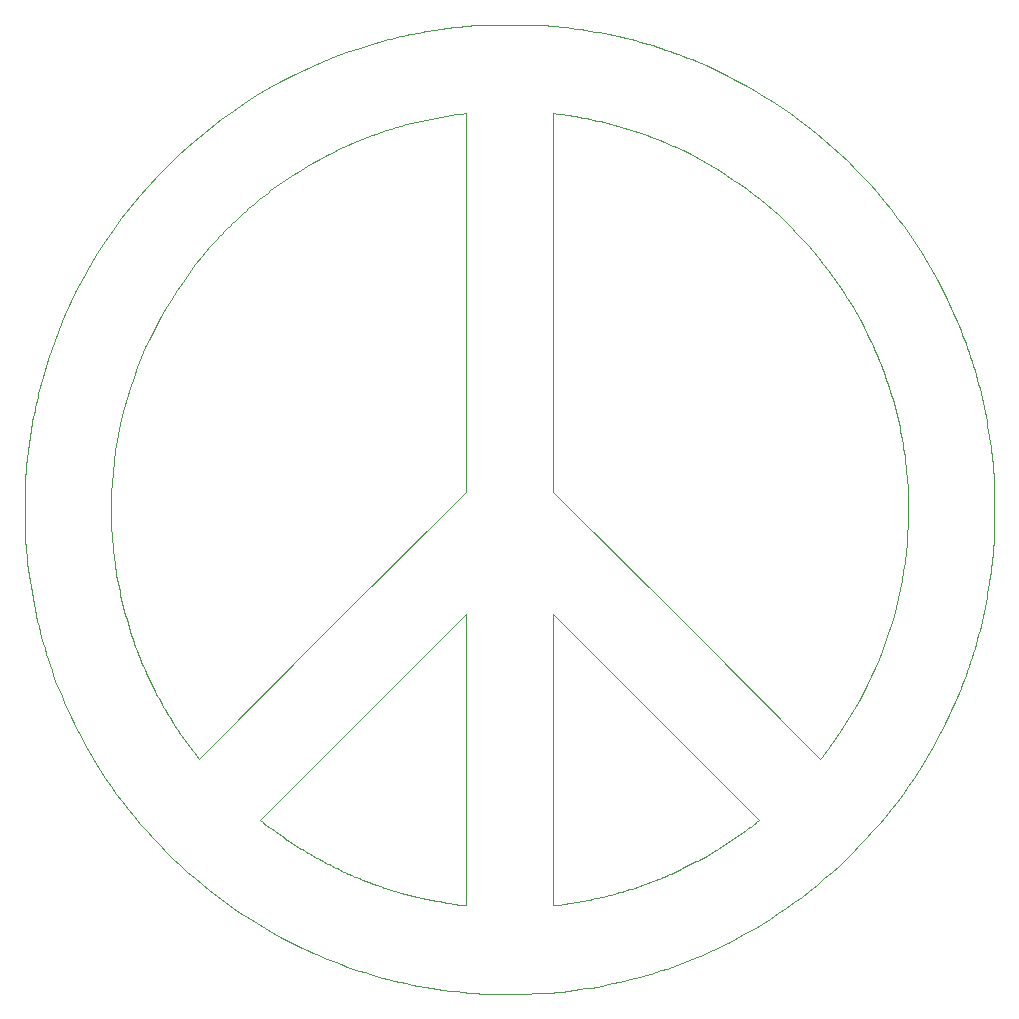
<source format=gbr>
%TF.GenerationSoftware,KiCad,Pcbnew,5.1.7-a382d34a8~88~ubuntu20.04.1*%
%TF.CreationDate,2020-12-13T08:05:22-08:00*%
%TF.ProjectId,peace-sign,70656163-652d-4736-9967-6e2e6b696361,rev?*%
%TF.SameCoordinates,Original*%
%TF.FileFunction,Profile,NP*%
%FSLAX46Y46*%
G04 Gerber Fmt 4.6, Leading zero omitted, Abs format (unit mm)*
G04 Created by KiCad (PCBNEW 5.1.7-a382d34a8~88~ubuntu20.04.1) date 2020-12-13 08:05:22*
%MOMM*%
%LPD*%
G01*
G04 APERTURE LIST*
%TA.AperFunction,Profile*%
%ADD10C,0.100000*%
%TD*%
G04 APERTURE END LIST*
D10*
X96288573Y-55695317D02*
X96288573Y-39666725D01*
X103690858Y-39666551D02*
X103690858Y-55694968D01*
X105562094Y-23912560D02*
X105454326Y-23894223D01*
X105454326Y-23894223D02*
X105345332Y-23875908D01*
X105345332Y-23875908D02*
X105235858Y-23857729D01*
X105235858Y-23857729D02*
X105126649Y-23839804D01*
X105126649Y-23839804D02*
X105018451Y-23822247D01*
X105018451Y-23822247D02*
X104912008Y-23805174D01*
X104912008Y-23805174D02*
X104808066Y-23788701D01*
X104808066Y-23788701D02*
X104707371Y-23772945D01*
X104707371Y-23772945D02*
X104564046Y-23750907D01*
X104564046Y-23750907D02*
X104432220Y-23731132D01*
X104432220Y-23731132D02*
X104314407Y-23714011D01*
X104314407Y-23714011D02*
X104213124Y-23699935D01*
X104213124Y-23699935D02*
X104108142Y-23686580D01*
X104108142Y-23686580D02*
X103690858Y-23638132D01*
X103690858Y-23638132D02*
X103690858Y-39666551D01*
X114685430Y-26808020D02*
X114411179Y-26676853D01*
X114411179Y-26676853D02*
X114137163Y-26548607D01*
X114137163Y-26548607D02*
X113863288Y-26423253D01*
X113863288Y-26423253D02*
X113589459Y-26300761D01*
X113589459Y-26300761D02*
X113315585Y-26181101D01*
X113315585Y-26181101D02*
X113041571Y-26064244D01*
X113041571Y-26064244D02*
X112767323Y-25950160D01*
X112767323Y-25950160D02*
X112492750Y-25838819D01*
X112492750Y-25838819D02*
X112217756Y-25730192D01*
X112217756Y-25730192D02*
X111942249Y-25624250D01*
X111942249Y-25624250D02*
X111666135Y-25520961D01*
X111666135Y-25520961D02*
X111389320Y-25420298D01*
X111389320Y-25420298D02*
X111111712Y-25322229D01*
X111111712Y-25322229D02*
X110833217Y-25226726D01*
X110833217Y-25226726D02*
X110553742Y-25133759D01*
X110553742Y-25133759D02*
X110273192Y-25043298D01*
X110273192Y-25043298D02*
X109991475Y-24955313D01*
X109991475Y-24955313D02*
X109708497Y-24869775D01*
X109708497Y-24869775D02*
X109424165Y-24786654D01*
X109424165Y-24786654D02*
X109138385Y-24705921D01*
X109138385Y-24705921D02*
X108851064Y-24627546D01*
X108851064Y-24627546D02*
X108562108Y-24551499D01*
X108562108Y-24551499D02*
X108271424Y-24477751D01*
X108271424Y-24477751D02*
X107978919Y-24406272D01*
X107978919Y-24406272D02*
X107684499Y-24337031D01*
X107684499Y-24337031D02*
X107388071Y-24270001D01*
X107388071Y-24270001D02*
X107089541Y-24205150D01*
X107089541Y-24205150D02*
X106788815Y-24142450D01*
X106788815Y-24142450D02*
X106485801Y-24081871D01*
X106485801Y-24081871D02*
X106180405Y-24023382D01*
X106180405Y-24023382D02*
X105872534Y-23966955D01*
X105872534Y-23966955D02*
X105562094Y-23912560D01*
X96288573Y-39666725D02*
X96288573Y-23638132D01*
X96288573Y-23638132D02*
X95871285Y-23688561D01*
X127460106Y-76758944D02*
X127460106Y-76758944D01*
X126296858Y-78303275D02*
X126495300Y-78066351D01*
X114993858Y-66999121D02*
X126296858Y-78303275D01*
X103690858Y-55694968D02*
X114993858Y-66999121D01*
X126495300Y-78066351D02*
X126568978Y-77973468D01*
X126568978Y-77973468D02*
X126632823Y-77889890D01*
X126632823Y-77889890D02*
X126709356Y-77788192D01*
X126709356Y-77788192D02*
X126796907Y-77670634D01*
X126796907Y-77670634D02*
X126860571Y-77584570D01*
X126860571Y-77584570D02*
X126927895Y-77493132D01*
X126927895Y-77493132D02*
X126998385Y-77396992D01*
X126998385Y-77396992D02*
X127071547Y-77296821D01*
X127071547Y-77296821D02*
X127146884Y-77193288D01*
X127146884Y-77193288D02*
X127223904Y-77087063D01*
X127223904Y-77087063D02*
X127302110Y-76978817D01*
X127302110Y-76978817D02*
X127381009Y-76869221D01*
X127381009Y-76869221D02*
X127460106Y-76758944D01*
X84980416Y-67003297D02*
X96288573Y-55695317D01*
X73672262Y-78311279D02*
X84980416Y-67003297D01*
X73237993Y-77743782D02*
X73672262Y-78311279D01*
X130286893Y-42342000D02*
X129970436Y-41712138D01*
X129970436Y-41712138D02*
X129641133Y-41089793D01*
X129641133Y-41089793D02*
X129299164Y-40475146D01*
X129299164Y-40475146D02*
X128944710Y-39868376D01*
X128944710Y-39868376D02*
X128577953Y-39269663D01*
X128577953Y-39269663D02*
X128199072Y-38679188D01*
X128199072Y-38679188D02*
X127808249Y-38097129D01*
X127808249Y-38097129D02*
X127405665Y-37523669D01*
X127405665Y-37523669D02*
X126991500Y-36958986D01*
X126991500Y-36958986D02*
X126565936Y-36403260D01*
X126565936Y-36403260D02*
X126129153Y-35856672D01*
X126129153Y-35856672D02*
X125681331Y-35319402D01*
X125681331Y-35319402D02*
X125222653Y-34791630D01*
X125222653Y-34791630D02*
X124753298Y-34273536D01*
X124753298Y-34273536D02*
X124273448Y-33765299D01*
X124273448Y-33765299D02*
X123783283Y-33267101D01*
X123783283Y-33267101D02*
X123282985Y-32779120D01*
X123282985Y-32779120D02*
X122772733Y-32301538D01*
X122772733Y-32301538D02*
X122252710Y-31834533D01*
X122252710Y-31834533D02*
X121723095Y-31378287D01*
X121723095Y-31378287D02*
X121184070Y-30932980D01*
X121184070Y-30932980D02*
X120635815Y-30498790D01*
X120635815Y-30498790D02*
X120078512Y-30075899D01*
X120078512Y-30075899D02*
X119512340Y-29664487D01*
X119512340Y-29664487D02*
X118937482Y-29264733D01*
X118937482Y-29264733D02*
X118354118Y-28876818D01*
X118354118Y-28876818D02*
X117762428Y-28500921D01*
X117762428Y-28500921D02*
X117162594Y-28137223D01*
X117162594Y-28137223D02*
X116554796Y-27785904D01*
X116554796Y-27785904D02*
X115939216Y-27447143D01*
X115939216Y-27447143D02*
X115316033Y-27121122D01*
X115316033Y-27121122D02*
X114685430Y-26808020D01*
X133475892Y-53025923D02*
X133429108Y-52671750D01*
X133429108Y-52671750D02*
X133379021Y-52319248D01*
X133379021Y-52319248D02*
X133325619Y-51968380D01*
X133325619Y-51968380D02*
X133268893Y-51619110D01*
X133268893Y-51619110D02*
X133208830Y-51271402D01*
X133208830Y-51271402D02*
X133145422Y-50925220D01*
X133145422Y-50925220D02*
X133078656Y-50580528D01*
X133078656Y-50580528D02*
X133008521Y-50237290D01*
X133008521Y-50237290D02*
X132935008Y-49895469D01*
X132935008Y-49895469D02*
X132858106Y-49555031D01*
X132858106Y-49555031D02*
X132777803Y-49215938D01*
X132777803Y-49215938D02*
X132694089Y-48878155D01*
X132694089Y-48878155D02*
X132606953Y-48541645D01*
X132606953Y-48541645D02*
X132516384Y-48206374D01*
X132516384Y-48206374D02*
X132422372Y-47872303D01*
X132422372Y-47872303D02*
X132324906Y-47539398D01*
X132324906Y-47539398D02*
X132223975Y-47207623D01*
X132223975Y-47207623D02*
X132119568Y-46876940D01*
X132119568Y-46876940D02*
X132011675Y-46547315D01*
X132011675Y-46547315D02*
X131900284Y-46218712D01*
X131900284Y-46218712D02*
X131785385Y-45891093D01*
X131785385Y-45891093D02*
X131666968Y-45564424D01*
X131666968Y-45564424D02*
X131545021Y-45238667D01*
X131545021Y-45238667D02*
X131419534Y-44913788D01*
X131419534Y-44913788D02*
X131290495Y-44589750D01*
X131290495Y-44589750D02*
X131157895Y-44266516D01*
X131157895Y-44266516D02*
X131021722Y-43944052D01*
X131021722Y-43944052D02*
X130881966Y-43622320D01*
X130881966Y-43622320D02*
X130738616Y-43301285D01*
X130738616Y-43301285D02*
X130591661Y-42980910D01*
X130591661Y-42980910D02*
X130441090Y-42661161D01*
X130441090Y-42661161D02*
X130286893Y-42342000D01*
X127460106Y-76758944D02*
X127911477Y-76112266D01*
X127911477Y-76112266D02*
X128346777Y-75455827D01*
X128346777Y-75455827D02*
X128765914Y-74789987D01*
X128765914Y-74789987D02*
X129168797Y-74115112D01*
X129168797Y-74115112D02*
X129555333Y-73431565D01*
X129555333Y-73431565D02*
X129925429Y-72739709D01*
X129925429Y-72739709D02*
X130278994Y-72039908D01*
X130278994Y-72039908D02*
X130615935Y-71332524D01*
X130615935Y-71332524D02*
X130936161Y-70617923D01*
X130936161Y-70617923D02*
X131239579Y-69896467D01*
X131239579Y-69896467D02*
X131526097Y-69168519D01*
X131526097Y-69168519D02*
X131795622Y-68434444D01*
X131795622Y-68434444D02*
X132048064Y-67694605D01*
X132048064Y-67694605D02*
X132283329Y-66949364D01*
X132283329Y-66949364D02*
X132501326Y-66199087D01*
X132501326Y-66199087D02*
X132701962Y-65444136D01*
X132701962Y-65444136D02*
X132885145Y-64684875D01*
X132885145Y-64684875D02*
X133050783Y-63921667D01*
X133050783Y-63921667D02*
X133198784Y-63154876D01*
X133198784Y-63154876D02*
X133329055Y-62384865D01*
X133329055Y-62384865D02*
X133441506Y-61611998D01*
X133441506Y-61611998D02*
X133536042Y-60836639D01*
X133536042Y-60836639D02*
X133612573Y-60059150D01*
X133612573Y-60059150D02*
X133671006Y-59279896D01*
X133671006Y-59279896D02*
X133711250Y-58499240D01*
X133711250Y-58499240D02*
X133733211Y-57717545D01*
X133733211Y-57717545D02*
X133736797Y-56935175D01*
X133736797Y-56935175D02*
X133721918Y-56152494D01*
X133721918Y-56152494D02*
X133688479Y-55369864D01*
X133688479Y-55369864D02*
X133636390Y-54587650D01*
X133636390Y-54587650D02*
X133565558Y-53806215D01*
X133565558Y-53806215D02*
X133475892Y-53025923D01*
X69693131Y-72023715D02*
X69788162Y-72216366D01*
X69788162Y-72216366D02*
X69883895Y-72407613D01*
X69883895Y-72407613D02*
X69980360Y-72597506D01*
X69980360Y-72597506D02*
X70077589Y-72786095D01*
X70077589Y-72786095D02*
X70175613Y-72973432D01*
X70175613Y-72973432D02*
X70274464Y-73159568D01*
X70274464Y-73159568D02*
X70374174Y-73344553D01*
X70374174Y-73344553D02*
X70474774Y-73528438D01*
X70474774Y-73528438D02*
X70576295Y-73711274D01*
X70576295Y-73711274D02*
X70678769Y-73893111D01*
X70678769Y-73893111D02*
X70782227Y-74074001D01*
X70782227Y-74074001D02*
X70886701Y-74253994D01*
X70886701Y-74253994D02*
X70992222Y-74433141D01*
X70992222Y-74433141D02*
X71098822Y-74611493D01*
X71098822Y-74611493D02*
X71206533Y-74789101D01*
X71206533Y-74789101D02*
X71315385Y-74966015D01*
X71315385Y-74966015D02*
X71425410Y-75142287D01*
X71425410Y-75142287D02*
X71536640Y-75317966D01*
X71536640Y-75317966D02*
X71649107Y-75493105D01*
X71649107Y-75493105D02*
X71762841Y-75667753D01*
X71762841Y-75667753D02*
X71877874Y-75841962D01*
X71877874Y-75841962D02*
X71994238Y-76015782D01*
X71994238Y-76015782D02*
X72111964Y-76189264D01*
X72111964Y-76189264D02*
X72231084Y-76362459D01*
X72231084Y-76362459D02*
X72351629Y-76535418D01*
X72351629Y-76535418D02*
X72473631Y-76708191D01*
X72473631Y-76708191D02*
X72597120Y-76880830D01*
X72597120Y-76880830D02*
X72722130Y-77053385D01*
X72722130Y-77053385D02*
X72848690Y-77225906D01*
X72848690Y-77225906D02*
X72976833Y-77398446D01*
X72976833Y-77398446D02*
X73106590Y-77571054D01*
X73106590Y-77571054D02*
X73237993Y-77743782D01*
X66503535Y-61339790D02*
X66550337Y-61694094D01*
X66550337Y-61694094D02*
X66600448Y-62046736D01*
X66600448Y-62046736D02*
X66653878Y-62397751D01*
X66653878Y-62397751D02*
X66710636Y-62747172D01*
X66710636Y-62747172D02*
X66770734Y-63095035D01*
X66770734Y-63095035D02*
X66834181Y-63441373D01*
X66834181Y-63441373D02*
X66900989Y-63786220D01*
X66900989Y-63786220D02*
X66971166Y-64129612D01*
X66971166Y-64129612D02*
X67044723Y-64471583D01*
X67044723Y-64471583D02*
X67121671Y-64812166D01*
X67121671Y-64812166D02*
X67202020Y-65151397D01*
X67202020Y-65151397D02*
X67285780Y-65489310D01*
X67285780Y-65489310D02*
X67372962Y-65825939D01*
X67372962Y-65825939D02*
X67463575Y-66161319D01*
X67463575Y-66161319D02*
X67557630Y-66495484D01*
X67557630Y-66495484D02*
X67655137Y-66828468D01*
X67655137Y-66828468D02*
X67756107Y-67160306D01*
X67756107Y-67160306D02*
X67860549Y-67491032D01*
X67860549Y-67491032D02*
X67968475Y-67820680D01*
X67968475Y-67820680D02*
X68079894Y-68149286D01*
X68079894Y-68149286D02*
X68194816Y-68476883D01*
X68194816Y-68476883D02*
X68313252Y-68803505D01*
X68313252Y-68803505D02*
X68435212Y-69129188D01*
X68435212Y-69129188D02*
X68560706Y-69453965D01*
X68560706Y-69453965D02*
X68689745Y-69777872D01*
X68689745Y-69777872D02*
X68822339Y-70100941D01*
X68822339Y-70100941D02*
X68958499Y-70423208D01*
X68958499Y-70423208D02*
X69098233Y-70744708D01*
X69098233Y-70744708D02*
X69241553Y-71065474D01*
X69241553Y-71065474D02*
X69388469Y-71385541D01*
X69388469Y-71385541D02*
X69538992Y-71704943D01*
X69538992Y-71704943D02*
X69693131Y-72023715D01*
X75193712Y-34313722D02*
X74574294Y-35000954D01*
X74574294Y-35000954D02*
X73975562Y-35703799D01*
X73975562Y-35703799D02*
X73397691Y-36421711D01*
X73397691Y-36421711D02*
X72840858Y-37154143D01*
X72840858Y-37154143D02*
X72305236Y-37900549D01*
X72305236Y-37900549D02*
X71791003Y-38660382D01*
X71791003Y-38660382D02*
X71298333Y-39433097D01*
X71298333Y-39433097D02*
X70827403Y-40218147D01*
X70827403Y-40218147D02*
X70378388Y-41014986D01*
X70378388Y-41014986D02*
X69951463Y-41823069D01*
X69951463Y-41823069D02*
X69546805Y-42641847D01*
X69546805Y-42641847D02*
X69164589Y-43470777D01*
X69164589Y-43470777D02*
X68804990Y-44309310D01*
X68804990Y-44309310D02*
X68468184Y-45156902D01*
X68468184Y-45156902D02*
X68154347Y-46013005D01*
X68154347Y-46013005D02*
X67863655Y-46877074D01*
X67863655Y-46877074D02*
X67596282Y-47748562D01*
X67596282Y-47748562D02*
X67352406Y-48626924D01*
X67352406Y-48626924D02*
X67132200Y-49511612D01*
X67132200Y-49511612D02*
X66935842Y-50402082D01*
X66935842Y-50402082D02*
X66763506Y-51297785D01*
X66763506Y-51297785D02*
X66615369Y-52198177D01*
X66615369Y-52198177D02*
X66491605Y-53102712D01*
X66491605Y-53102712D02*
X66392391Y-54010842D01*
X66392391Y-54010842D02*
X66317901Y-54922021D01*
X66317901Y-54922021D02*
X66268313Y-55835705D01*
X66268313Y-55835705D02*
X66243801Y-56751345D01*
X66243801Y-56751345D02*
X66244541Y-57668397D01*
X66244541Y-57668397D02*
X66270709Y-58586313D01*
X66270709Y-58586313D02*
X66322480Y-59504548D01*
X66322480Y-59504548D02*
X66400030Y-60422556D01*
X66400030Y-60422556D02*
X66503535Y-61339790D01*
X82862857Y-28116349D02*
X82586367Y-28282540D01*
X82586367Y-28282540D02*
X82313264Y-28449688D01*
X82313264Y-28449688D02*
X82043447Y-28617873D01*
X82043447Y-28617873D02*
X81776814Y-28787178D01*
X81776814Y-28787178D02*
X81513265Y-28957683D01*
X81513265Y-28957683D02*
X81252699Y-29129471D01*
X81252699Y-29129471D02*
X80995014Y-29302624D01*
X80995014Y-29302624D02*
X80740109Y-29477222D01*
X80740109Y-29477222D02*
X80487884Y-29653348D01*
X80487884Y-29653348D02*
X80238237Y-29831083D01*
X80238237Y-29831083D02*
X79991067Y-30010509D01*
X79991067Y-30010509D02*
X79746273Y-30191708D01*
X79746273Y-30191708D02*
X79503754Y-30374761D01*
X79503754Y-30374761D02*
X79263409Y-30559750D01*
X79263409Y-30559750D02*
X79025137Y-30746756D01*
X79025137Y-30746756D02*
X78788837Y-30935863D01*
X78788837Y-30935863D02*
X78554407Y-31127150D01*
X78554407Y-31127150D02*
X78321747Y-31320699D01*
X78321747Y-31320699D02*
X78090755Y-31516594D01*
X78090755Y-31516594D02*
X77861331Y-31714914D01*
X77861331Y-31714914D02*
X77633373Y-31915742D01*
X77633373Y-31915742D02*
X77406781Y-32119159D01*
X77406781Y-32119159D02*
X77181453Y-32325248D01*
X77181453Y-32325248D02*
X76957288Y-32534089D01*
X76957288Y-32534089D02*
X76734185Y-32745765D01*
X76734185Y-32745765D02*
X76512043Y-32960357D01*
X76512043Y-32960357D02*
X76290761Y-33177947D01*
X76290761Y-33177947D02*
X76070237Y-33398616D01*
X76070237Y-33398616D02*
X75850372Y-33622446D01*
X75850372Y-33622446D02*
X75631063Y-33849520D01*
X75631063Y-33849520D02*
X75412210Y-34079918D01*
X75412210Y-34079918D02*
X75193712Y-34313722D01*
X95871285Y-23688561D02*
X95449423Y-23742525D01*
X95449423Y-23742525D02*
X95026837Y-23802518D01*
X95026837Y-23802518D02*
X94603698Y-23868482D01*
X94603698Y-23868482D02*
X94180178Y-23940359D01*
X94180178Y-23940359D02*
X93756448Y-24018089D01*
X93756448Y-24018089D02*
X93332680Y-24101615D01*
X93332680Y-24101615D02*
X92909045Y-24190877D01*
X92909045Y-24190877D02*
X92485714Y-24285819D01*
X92485714Y-24285819D02*
X92062859Y-24386381D01*
X92062859Y-24386381D02*
X91640651Y-24492506D01*
X91640651Y-24492506D02*
X91219263Y-24604134D01*
X91219263Y-24604134D02*
X90798864Y-24721207D01*
X90798864Y-24721207D02*
X90379627Y-24843668D01*
X90379627Y-24843668D02*
X89961724Y-24971457D01*
X89961724Y-24971457D02*
X89545324Y-25104517D01*
X89545324Y-25104517D02*
X89130601Y-25242788D01*
X89130601Y-25242788D02*
X88717725Y-25386214D01*
X88717725Y-25386214D02*
X88306868Y-25534734D01*
X88306868Y-25534734D02*
X87898202Y-25688292D01*
X87898202Y-25688292D02*
X87491897Y-25846828D01*
X87491897Y-25846828D02*
X87088125Y-26010284D01*
X87088125Y-26010284D02*
X86687058Y-26178602D01*
X86687058Y-26178602D02*
X86288867Y-26351724D01*
X86288867Y-26351724D02*
X85893723Y-26529591D01*
X85893723Y-26529591D02*
X85501799Y-26712144D01*
X85501799Y-26712144D02*
X85113264Y-26899326D01*
X85113264Y-26899326D02*
X84728292Y-27091078D01*
X84728292Y-27091078D02*
X84347052Y-27287342D01*
X84347052Y-27287342D02*
X83969718Y-27488060D01*
X83969718Y-27488060D02*
X83596459Y-27693172D01*
X83596459Y-27693172D02*
X83227448Y-27902621D01*
X83227448Y-27902621D02*
X82862857Y-28116349D01*
X105300781Y-90498434D02*
X105300781Y-90498434D01*
X103690858Y-90710858D02*
X103867496Y-90710858D01*
X103690858Y-78391971D02*
X103690858Y-90710858D01*
X103690858Y-66073084D02*
X103690858Y-78391971D01*
X112400510Y-74781541D02*
X103690858Y-66073084D01*
X121110161Y-83490000D02*
X112400510Y-74781541D01*
X120873225Y-83688443D02*
X121110161Y-83490000D01*
X103867496Y-90710858D02*
X103976615Y-90701266D01*
X103976615Y-90701266D02*
X104103761Y-90685121D01*
X104103761Y-90685121D02*
X104223503Y-90668513D01*
X104223503Y-90668513D02*
X104361386Y-90648458D01*
X104361386Y-90648458D02*
X104462163Y-90633353D01*
X104462163Y-90633353D02*
X104569166Y-90616988D01*
X104569166Y-90616988D02*
X104681660Y-90599472D01*
X104681660Y-90599472D02*
X104798910Y-90580913D01*
X104798910Y-90580913D02*
X104920183Y-90561421D01*
X104920183Y-90561421D02*
X105044742Y-90541105D01*
X105044742Y-90541105D02*
X105171853Y-90520072D01*
X105171853Y-90520072D02*
X105300781Y-90498434D01*
X96288573Y-78392006D02*
X96288573Y-78391971D01*
X96288573Y-90710897D02*
X96288573Y-78392006D01*
X96089000Y-90704362D02*
X96288573Y-90710897D01*
X117334285Y-86126586D02*
X117432810Y-86066656D01*
X117432810Y-86066656D02*
X117536216Y-86002851D01*
X117536216Y-86002851D02*
X117644093Y-85935453D01*
X117644093Y-85935453D02*
X117756029Y-85864746D01*
X117756029Y-85864746D02*
X117871616Y-85791010D01*
X117871616Y-85791010D02*
X117990443Y-85714530D01*
X117990443Y-85714530D02*
X118112099Y-85635587D01*
X118112099Y-85635587D02*
X118236175Y-85554465D01*
X118236175Y-85554465D02*
X118362260Y-85471445D01*
X118362260Y-85471445D02*
X118489944Y-85386811D01*
X118489944Y-85386811D02*
X118618816Y-85300846D01*
X118618816Y-85300846D02*
X118748467Y-85213831D01*
X118748467Y-85213831D02*
X118878487Y-85126049D01*
X118878487Y-85126049D02*
X119008464Y-85037784D01*
X119008464Y-85037784D02*
X119137989Y-84949317D01*
X119137989Y-84949317D02*
X119266652Y-84860932D01*
X119266652Y-84860932D02*
X119394042Y-84772910D01*
X119394042Y-84772910D02*
X119519749Y-84685535D01*
X119519749Y-84685535D02*
X119643363Y-84599090D01*
X119643363Y-84599090D02*
X119764474Y-84513856D01*
X119764474Y-84513856D02*
X119882671Y-84430116D01*
X119882671Y-84430116D02*
X119997545Y-84348154D01*
X119997545Y-84348154D02*
X120108685Y-84268251D01*
X120108685Y-84268251D02*
X120215680Y-84190690D01*
X120215680Y-84190690D02*
X120318121Y-84115754D01*
X120318121Y-84115754D02*
X120415597Y-84043726D01*
X120415597Y-84043726D02*
X120507699Y-83974888D01*
X120507699Y-83974888D02*
X120594015Y-83909523D01*
X120594015Y-83909523D02*
X120674136Y-83847913D01*
X120674136Y-83847913D02*
X120814151Y-83737090D01*
X120814151Y-83737090D02*
X120873225Y-83688443D01*
X112582477Y-88497806D02*
X112703916Y-88449454D01*
X112703916Y-88449454D02*
X112830448Y-88397771D01*
X112830448Y-88397771D02*
X112961737Y-88342924D01*
X112961737Y-88342924D02*
X113097449Y-88285080D01*
X113097449Y-88285080D02*
X113237248Y-88224406D01*
X113237248Y-88224406D02*
X113380801Y-88161069D01*
X113380801Y-88161069D02*
X113527772Y-88095235D01*
X113527772Y-88095235D02*
X113677828Y-88027072D01*
X113677828Y-88027072D02*
X113830633Y-87956747D01*
X113830633Y-87956747D02*
X113985852Y-87884427D01*
X113985852Y-87884427D02*
X114143151Y-87810279D01*
X114143151Y-87810279D02*
X114302196Y-87734469D01*
X114302196Y-87734469D02*
X114462652Y-87657165D01*
X114462652Y-87657165D02*
X114624184Y-87578534D01*
X114624184Y-87578534D02*
X114786457Y-87498743D01*
X114786457Y-87498743D02*
X114949138Y-87417958D01*
X114949138Y-87417958D02*
X115111890Y-87336347D01*
X115111890Y-87336347D02*
X115274380Y-87254077D01*
X115274380Y-87254077D02*
X115436273Y-87171314D01*
X115436273Y-87171314D02*
X115597234Y-87088226D01*
X115597234Y-87088226D02*
X115756929Y-87004980D01*
X115756929Y-87004980D02*
X115915023Y-86921743D01*
X115915023Y-86921743D02*
X116071181Y-86838681D01*
X116071181Y-86838681D02*
X116225069Y-86755962D01*
X116225069Y-86755962D02*
X116376352Y-86673753D01*
X116376352Y-86673753D02*
X116524695Y-86592220D01*
X116524695Y-86592220D02*
X116669764Y-86511531D01*
X116669764Y-86511531D02*
X116811225Y-86431853D01*
X116811225Y-86431853D02*
X116948741Y-86353352D01*
X116948741Y-86353352D02*
X117081980Y-86276196D01*
X117081980Y-86276196D02*
X117210606Y-86200551D01*
X117210606Y-86200551D02*
X117334285Y-86126586D01*
X105300781Y-90498434D02*
X105553338Y-90455076D01*
X105553338Y-90455076D02*
X105802690Y-90410919D01*
X105802690Y-90410919D02*
X106048996Y-90365920D01*
X106048996Y-90365920D02*
X106292415Y-90320035D01*
X106292415Y-90320035D02*
X106533107Y-90273219D01*
X106533107Y-90273219D02*
X106771230Y-90225430D01*
X106771230Y-90225430D02*
X107006944Y-90176623D01*
X107006944Y-90176623D02*
X107240408Y-90126755D01*
X107240408Y-90126755D02*
X107471781Y-90075782D01*
X107471781Y-90075782D02*
X107701223Y-90023660D01*
X107701223Y-90023660D02*
X107928892Y-89970345D01*
X107928892Y-89970345D02*
X108154948Y-89915795D01*
X108154948Y-89915795D02*
X108379550Y-89859964D01*
X108379550Y-89859964D02*
X108602857Y-89802809D01*
X108602857Y-89802809D02*
X108825029Y-89744287D01*
X108825029Y-89744287D02*
X109046224Y-89684354D01*
X109046224Y-89684354D02*
X109266602Y-89622966D01*
X109266602Y-89622966D02*
X109486322Y-89560079D01*
X109486322Y-89560079D02*
X109705544Y-89495650D01*
X109705544Y-89495650D02*
X109924426Y-89429635D01*
X109924426Y-89429635D02*
X110143127Y-89361989D01*
X110143127Y-89361989D02*
X110361808Y-89292670D01*
X110361808Y-89292670D02*
X110580626Y-89221634D01*
X110580626Y-89221634D02*
X110799742Y-89148836D01*
X110799742Y-89148836D02*
X111019314Y-89074234D01*
X111019314Y-89074234D02*
X111239503Y-88997783D01*
X111239503Y-88997783D02*
X111460466Y-88919439D01*
X111460466Y-88919439D02*
X111682363Y-88839160D01*
X111682363Y-88839160D02*
X111905353Y-88756900D01*
X111905353Y-88756900D02*
X112129596Y-88672617D01*
X112129596Y-88672617D02*
X112355251Y-88586267D01*
X112355251Y-88586267D02*
X112582477Y-88497806D01*
X78869267Y-83490000D02*
X79106205Y-83688443D01*
X87578919Y-74781541D02*
X78869267Y-83490000D01*
X96288573Y-66073084D02*
X87578919Y-74781541D01*
X96288573Y-78391971D02*
X96288573Y-66073084D01*
X90791600Y-89662438D02*
X90920809Y-89698214D01*
X90920809Y-89698214D02*
X91060702Y-89735424D01*
X91060702Y-89735424D02*
X91210445Y-89773902D01*
X91210445Y-89773902D02*
X91369204Y-89813485D01*
X91369204Y-89813485D02*
X91536144Y-89854009D01*
X91536144Y-89854009D02*
X91710432Y-89895309D01*
X91710432Y-89895309D02*
X91891234Y-89937222D01*
X91891234Y-89937222D02*
X92077716Y-89979583D01*
X92077716Y-89979583D02*
X92269044Y-90022229D01*
X92269044Y-90022229D02*
X92464384Y-90064996D01*
X92464384Y-90064996D02*
X92662902Y-90107719D01*
X92662902Y-90107719D02*
X92863764Y-90150234D01*
X92863764Y-90150234D02*
X93066136Y-90192378D01*
X93066136Y-90192378D02*
X93269184Y-90233986D01*
X93269184Y-90233986D02*
X93472075Y-90274895D01*
X93472075Y-90274895D02*
X93673974Y-90314940D01*
X93673974Y-90314940D02*
X93874048Y-90353957D01*
X93874048Y-90353957D02*
X94071462Y-90391783D01*
X94071462Y-90391783D02*
X94265383Y-90428253D01*
X94265383Y-90428253D02*
X94454976Y-90463203D01*
X94454976Y-90463203D02*
X94639408Y-90496469D01*
X94639408Y-90496469D02*
X94817844Y-90527888D01*
X94817844Y-90527888D02*
X94989451Y-90557295D01*
X94989451Y-90557295D02*
X95153395Y-90584526D01*
X95153395Y-90584526D02*
X95308842Y-90609417D01*
X95308842Y-90609417D02*
X95454958Y-90631805D01*
X95454958Y-90631805D02*
X95590909Y-90651524D01*
X95590909Y-90651524D02*
X95715861Y-90668411D01*
X95715861Y-90668411D02*
X95828980Y-90682303D01*
X95828980Y-90682303D02*
X95929432Y-90693034D01*
X95929432Y-90693034D02*
X96089000Y-90704362D01*
X86851369Y-88278487D02*
X86944672Y-88317356D01*
X86944672Y-88317356D02*
X87043611Y-88357811D01*
X87043611Y-88357811D02*
X87147813Y-88399722D01*
X87147813Y-88399722D02*
X87256908Y-88442958D01*
X87256908Y-88442958D02*
X87370525Y-88487389D01*
X87370525Y-88487389D02*
X87488293Y-88532884D01*
X87488293Y-88532884D02*
X87609840Y-88579313D01*
X87609840Y-88579313D02*
X87734796Y-88626546D01*
X87734796Y-88626546D02*
X87862789Y-88674452D01*
X87862789Y-88674452D02*
X87993449Y-88722901D01*
X87993449Y-88722901D02*
X88126404Y-88771764D01*
X88126404Y-88771764D02*
X88261284Y-88820908D01*
X88261284Y-88820908D02*
X88397717Y-88870205D01*
X88397717Y-88870205D02*
X88535333Y-88919524D01*
X88535333Y-88919524D02*
X88673760Y-88968735D01*
X88673760Y-88968735D02*
X88812627Y-89017706D01*
X88812627Y-89017706D02*
X88951563Y-89066309D01*
X88951563Y-89066309D02*
X89090198Y-89114412D01*
X89090198Y-89114412D02*
X89228159Y-89161885D01*
X89228159Y-89161885D02*
X89365077Y-89208599D01*
X89365077Y-89208599D02*
X89500579Y-89254422D01*
X89500579Y-89254422D02*
X89634296Y-89299224D01*
X89634296Y-89299224D02*
X89765855Y-89342875D01*
X89765855Y-89342875D02*
X89894887Y-89385245D01*
X89894887Y-89385245D02*
X90021019Y-89426203D01*
X90021019Y-89426203D02*
X90143881Y-89465620D01*
X90143881Y-89465620D02*
X90263101Y-89503363D01*
X90263101Y-89503363D02*
X90378310Y-89539305D01*
X90378310Y-89539305D02*
X90489135Y-89573313D01*
X90489135Y-89573313D02*
X90595206Y-89605258D01*
X90595206Y-89605258D02*
X90696151Y-89635010D01*
X90696151Y-89635010D02*
X90791600Y-89662438D01*
X82776666Y-86193767D02*
X82888332Y-86260028D01*
X82888332Y-86260028D02*
X83003406Y-86327444D01*
X83003406Y-86327444D02*
X83121649Y-86395892D01*
X83121649Y-86395892D02*
X83242820Y-86465249D01*
X83242820Y-86465249D02*
X83366680Y-86535393D01*
X83366680Y-86535393D02*
X83492989Y-86606201D01*
X83492989Y-86606201D02*
X83621508Y-86677550D01*
X83621508Y-86677550D02*
X83751996Y-86749318D01*
X83751996Y-86749318D02*
X83884214Y-86821382D01*
X83884214Y-86821382D02*
X84017923Y-86893619D01*
X84017923Y-86893619D02*
X84152882Y-86965908D01*
X84152882Y-86965908D02*
X84288852Y-87038124D01*
X84288852Y-87038124D02*
X84425593Y-87110146D01*
X84425593Y-87110146D02*
X84562865Y-87181850D01*
X84562865Y-87181850D02*
X84700429Y-87253115D01*
X84700429Y-87253115D02*
X84838045Y-87323818D01*
X84838045Y-87323818D02*
X84975473Y-87393835D01*
X84975473Y-87393835D02*
X85112474Y-87463045D01*
X85112474Y-87463045D02*
X85248808Y-87531324D01*
X85248808Y-87531324D02*
X85384235Y-87598550D01*
X85384235Y-87598550D02*
X85518515Y-87664600D01*
X85518515Y-87664600D02*
X85651410Y-87729353D01*
X85651410Y-87729353D02*
X85782678Y-87792684D01*
X85782678Y-87792684D02*
X85912080Y-87854472D01*
X85912080Y-87854472D02*
X86039377Y-87914593D01*
X86039377Y-87914593D02*
X86164329Y-87972926D01*
X86164329Y-87972926D02*
X86286696Y-88029347D01*
X86286696Y-88029347D02*
X86406238Y-88083734D01*
X86406238Y-88083734D02*
X86522717Y-88135964D01*
X86522717Y-88135964D02*
X86635891Y-88185914D01*
X86635891Y-88185914D02*
X86745521Y-88233463D01*
X86745521Y-88233463D02*
X86851369Y-88278487D01*
X79106205Y-83688443D02*
X79238439Y-83795823D01*
X79238439Y-83795823D02*
X79397468Y-83919209D01*
X79397468Y-83919209D02*
X79486103Y-83986272D01*
X79486103Y-83986272D02*
X79580326Y-84056577D01*
X79580326Y-84056577D02*
X79679764Y-84129872D01*
X79679764Y-84129872D02*
X79784047Y-84205903D01*
X79784047Y-84205903D02*
X79892805Y-84284417D01*
X79892805Y-84284417D02*
X80005666Y-84365162D01*
X80005666Y-84365162D02*
X80122261Y-84447885D01*
X80122261Y-84447885D02*
X80242218Y-84532332D01*
X80242218Y-84532332D02*
X80365168Y-84618250D01*
X80365168Y-84618250D02*
X80490738Y-84705386D01*
X80490738Y-84705386D02*
X80618559Y-84793489D01*
X80618559Y-84793489D02*
X80748260Y-84882303D01*
X80748260Y-84882303D02*
X80879470Y-84971577D01*
X80879470Y-84971577D02*
X81011818Y-85061057D01*
X81011818Y-85061057D02*
X81144935Y-85150491D01*
X81144935Y-85150491D02*
X81278448Y-85239625D01*
X81278448Y-85239625D02*
X81411988Y-85328206D01*
X81411988Y-85328206D02*
X81545184Y-85415982D01*
X81545184Y-85415982D02*
X81677665Y-85502699D01*
X81677665Y-85502699D02*
X81809060Y-85588104D01*
X81809060Y-85588104D02*
X81939000Y-85671945D01*
X81939000Y-85671945D02*
X82067112Y-85753968D01*
X82067112Y-85753968D02*
X82193027Y-85833920D01*
X82193027Y-85833920D02*
X82316374Y-85911549D01*
X82316374Y-85911549D02*
X82436782Y-85986601D01*
X82436782Y-85986601D02*
X82553880Y-86058823D01*
X82553880Y-86058823D02*
X82667298Y-86127963D01*
X82667298Y-86127963D02*
X82776666Y-86193767D01*
X97667427Y-98213372D02*
X97667427Y-98213372D01*
X103908573Y-98082591D02*
X103805421Y-98092561D01*
X103805421Y-98092561D02*
X103684207Y-98102407D01*
X103684207Y-98102407D02*
X103546144Y-98112102D01*
X103546144Y-98112102D02*
X103392445Y-98121620D01*
X103392445Y-98121620D02*
X103224324Y-98130937D01*
X103224324Y-98130937D02*
X103042995Y-98140027D01*
X103042995Y-98140027D02*
X102849670Y-98148864D01*
X102849670Y-98148864D02*
X102645563Y-98157424D01*
X102645563Y-98157424D02*
X102431888Y-98165680D01*
X102431888Y-98165680D02*
X102209857Y-98173607D01*
X102209857Y-98173607D02*
X101980686Y-98181180D01*
X101980686Y-98181180D02*
X101745586Y-98188374D01*
X101745586Y-98188374D02*
X101505772Y-98195162D01*
X101505772Y-98195162D02*
X101262456Y-98201520D01*
X101262456Y-98201520D02*
X101016853Y-98207422D01*
X101016853Y-98207422D02*
X100770176Y-98212843D01*
X100770176Y-98212843D02*
X100523638Y-98217757D01*
X100523638Y-98217757D02*
X100278453Y-98222139D01*
X100278453Y-98222139D02*
X100035834Y-98225964D01*
X100035834Y-98225964D02*
X99796994Y-98229205D01*
X99796994Y-98229205D02*
X99563148Y-98231838D01*
X99563148Y-98231838D02*
X99335508Y-98233837D01*
X99335508Y-98233837D02*
X99115288Y-98235177D01*
X99115288Y-98235177D02*
X98903701Y-98235832D01*
X98903701Y-98235832D02*
X98701961Y-98235777D01*
X98701961Y-98235777D02*
X98511282Y-98234986D01*
X98511282Y-98234986D02*
X98332876Y-98233434D01*
X98332876Y-98233434D02*
X98167958Y-98231096D01*
X98167958Y-98231096D02*
X98017741Y-98227946D01*
X98017741Y-98227946D02*
X97883437Y-98223959D01*
X97883437Y-98223959D02*
X97766261Y-98219109D01*
X97766261Y-98219109D02*
X97667427Y-98213372D01*
X118495430Y-93864955D02*
X118061919Y-94080719D01*
X118061919Y-94080719D02*
X117628993Y-94290481D01*
X117628993Y-94290481D02*
X117196448Y-94494300D01*
X117196448Y-94494300D02*
X116764083Y-94692232D01*
X116764083Y-94692232D02*
X116331695Y-94884339D01*
X116331695Y-94884339D02*
X115899080Y-95070677D01*
X115899080Y-95070677D02*
X115466038Y-95251305D01*
X115466038Y-95251305D02*
X115032365Y-95426282D01*
X115032365Y-95426282D02*
X114597859Y-95595666D01*
X114597859Y-95595666D02*
X114162317Y-95759516D01*
X114162317Y-95759516D02*
X113725537Y-95917891D01*
X113725537Y-95917891D02*
X113287316Y-96070849D01*
X113287316Y-96070849D02*
X112847453Y-96218448D01*
X112847453Y-96218448D02*
X112405744Y-96360748D01*
X112405744Y-96360748D02*
X111961986Y-96497806D01*
X111961986Y-96497806D02*
X111515979Y-96629681D01*
X111515979Y-96629681D02*
X111067518Y-96756432D01*
X111067518Y-96756432D02*
X110616402Y-96878117D01*
X110616402Y-96878117D02*
X110162428Y-96994795D01*
X110162428Y-96994795D02*
X109705394Y-97106524D01*
X109705394Y-97106524D02*
X109245097Y-97213363D01*
X109245097Y-97213363D02*
X108781334Y-97315371D01*
X108781334Y-97315371D02*
X108313904Y-97412606D01*
X108313904Y-97412606D02*
X107842604Y-97505126D01*
X107842604Y-97505126D02*
X107367230Y-97592990D01*
X107367230Y-97592990D02*
X106887582Y-97676257D01*
X106887582Y-97676257D02*
X106403456Y-97754985D01*
X106403456Y-97754985D02*
X105914649Y-97829232D01*
X105914649Y-97829232D02*
X105420960Y-97899058D01*
X105420960Y-97899058D02*
X104922186Y-97964521D01*
X104922186Y-97964521D02*
X104418124Y-98025679D01*
X104418124Y-98025679D02*
X103908573Y-98082591D01*
X136672091Y-75688573D02*
X136295572Y-76417162D01*
X136295572Y-76417162D02*
X135904730Y-77137360D01*
X135904730Y-77137360D02*
X135499761Y-77848971D01*
X135499761Y-77848971D02*
X135080861Y-78551797D01*
X135080861Y-78551797D02*
X134648228Y-79245642D01*
X134648228Y-79245642D02*
X134202058Y-79930308D01*
X134202058Y-79930308D02*
X133742549Y-80605599D01*
X133742549Y-80605599D02*
X133269897Y-81271318D01*
X133269897Y-81271318D02*
X132784299Y-81927268D01*
X132784299Y-81927268D02*
X132285953Y-82573252D01*
X132285953Y-82573252D02*
X131775055Y-83209073D01*
X131775055Y-83209073D02*
X131251801Y-83834534D01*
X131251801Y-83834534D02*
X130716390Y-84449438D01*
X130716390Y-84449438D02*
X130169017Y-85053589D01*
X130169017Y-85053589D02*
X129609880Y-85646789D01*
X129609880Y-85646789D02*
X129039176Y-86228842D01*
X129039176Y-86228842D02*
X128457102Y-86799550D01*
X128457102Y-86799550D02*
X127863853Y-87358717D01*
X127863853Y-87358717D02*
X127259629Y-87906146D01*
X127259629Y-87906146D02*
X126644624Y-88441640D01*
X126644624Y-88441640D02*
X126019037Y-88965002D01*
X126019037Y-88965002D02*
X125383064Y-89476035D01*
X125383064Y-89476035D02*
X124736902Y-89974542D01*
X124736902Y-89974542D02*
X124080747Y-90460327D01*
X124080747Y-90460327D02*
X123414798Y-90933191D01*
X123414798Y-90933191D02*
X122739251Y-91392940D01*
X122739251Y-91392940D02*
X122054302Y-91839374D01*
X122054302Y-91839374D02*
X121360148Y-92272299D01*
X121360148Y-92272299D02*
X120656988Y-92691516D01*
X120656988Y-92691516D02*
X119945016Y-93096829D01*
X119945016Y-93096829D02*
X119224431Y-93488041D01*
X119224431Y-93488041D02*
X118495430Y-93864955D01*
X140587776Y-63424000D02*
X140523009Y-63834659D01*
X140523009Y-63834659D02*
X140454830Y-64242599D01*
X140454830Y-64242599D02*
X140383209Y-64647916D01*
X140383209Y-64647916D02*
X140308114Y-65050706D01*
X140308114Y-65050706D02*
X140229517Y-65451062D01*
X140229517Y-65451062D02*
X140147385Y-65849080D01*
X140147385Y-65849080D02*
X140061689Y-66244855D01*
X140061689Y-66244855D02*
X139972399Y-66638483D01*
X139972399Y-66638483D02*
X139879483Y-67030058D01*
X139879483Y-67030058D02*
X139782913Y-67419675D01*
X139782913Y-67419675D02*
X139682656Y-67807431D01*
X139682656Y-67807431D02*
X139578684Y-68193419D01*
X139578684Y-68193419D02*
X139470965Y-68577735D01*
X139470965Y-68577735D02*
X139359469Y-68960474D01*
X139359469Y-68960474D02*
X139244167Y-69341731D01*
X139244167Y-69341731D02*
X139125026Y-69721602D01*
X139125026Y-69721602D02*
X139002018Y-70100181D01*
X139002018Y-70100181D02*
X138875112Y-70477564D01*
X138875112Y-70477564D02*
X138744276Y-70853846D01*
X138744276Y-70853846D02*
X138609482Y-71229121D01*
X138609482Y-71229121D02*
X138470699Y-71603485D01*
X138470699Y-71603485D02*
X138327895Y-71977034D01*
X138327895Y-71977034D02*
X138181042Y-72349862D01*
X138181042Y-72349862D02*
X138030108Y-72722064D01*
X138030108Y-72722064D02*
X137875063Y-73093735D01*
X137875063Y-73093735D02*
X137715876Y-73464971D01*
X137715876Y-73464971D02*
X137552518Y-73835867D01*
X137552518Y-73835867D02*
X137384958Y-74206518D01*
X137384958Y-74206518D02*
X137213166Y-74577019D01*
X137213166Y-74577019D02*
X137037111Y-74947465D01*
X137037111Y-74947465D02*
X136856762Y-75317951D01*
X136856762Y-75317951D02*
X136672091Y-75688573D01*
X141022079Y-57182858D02*
X141021886Y-57449843D01*
X141021886Y-57449843D02*
X141021279Y-57705739D01*
X141021279Y-57705739D02*
X141020213Y-57951190D01*
X141020213Y-57951190D02*
X141018643Y-58186840D01*
X141018643Y-58186840D02*
X141016523Y-58413335D01*
X141016523Y-58413335D02*
X141013810Y-58631320D01*
X141013810Y-58631320D02*
X141010457Y-58841438D01*
X141010457Y-58841438D02*
X141006421Y-59044336D01*
X141006421Y-59044336D02*
X141001656Y-59240657D01*
X141001656Y-59240657D02*
X140996118Y-59431047D01*
X140996118Y-59431047D02*
X140989762Y-59616150D01*
X140989762Y-59616150D02*
X140982542Y-59796611D01*
X140982542Y-59796611D02*
X140974414Y-59973075D01*
X140974414Y-59973075D02*
X140965334Y-60146187D01*
X140965334Y-60146187D02*
X140955255Y-60316591D01*
X140955255Y-60316591D02*
X140944134Y-60484932D01*
X140944134Y-60484932D02*
X140931925Y-60651856D01*
X140931925Y-60651856D02*
X140918584Y-60818006D01*
X140918584Y-60818006D02*
X140904065Y-60984027D01*
X140904065Y-60984027D02*
X140888325Y-61150565D01*
X140888325Y-61150565D02*
X140871317Y-61318264D01*
X140871317Y-61318264D02*
X140852997Y-61487770D01*
X140852997Y-61487770D02*
X140833321Y-61659725D01*
X140833321Y-61659725D02*
X140812243Y-61834777D01*
X140812243Y-61834777D02*
X140789718Y-62013568D01*
X140789718Y-62013568D02*
X140765703Y-62196745D01*
X140765703Y-62196745D02*
X140740150Y-62384951D01*
X140740150Y-62384951D02*
X140713017Y-62578833D01*
X140713017Y-62578833D02*
X140684258Y-62779033D01*
X140684258Y-62779033D02*
X140653828Y-62986198D01*
X140653828Y-62986198D02*
X140621682Y-63200972D01*
X140621682Y-63200972D02*
X140587776Y-63424000D01*
X140587776Y-50941715D02*
X140621682Y-51164742D01*
X140621682Y-51164742D02*
X140653828Y-51379515D01*
X140653828Y-51379515D02*
X140684258Y-51586680D01*
X140684258Y-51586680D02*
X140713017Y-51786881D01*
X140713017Y-51786881D02*
X140740150Y-51980762D01*
X140740150Y-51980762D02*
X140765703Y-52168968D01*
X140765703Y-52168968D02*
X140789718Y-52352145D01*
X140789718Y-52352145D02*
X140812243Y-52530936D01*
X140812243Y-52530936D02*
X140833321Y-52705987D01*
X140833321Y-52705987D02*
X140852997Y-52877943D01*
X140852997Y-52877943D02*
X140871317Y-53047448D01*
X140871317Y-53047448D02*
X140888325Y-53215147D01*
X140888325Y-53215147D02*
X140904065Y-53381685D01*
X140904065Y-53381685D02*
X140918584Y-53547707D01*
X140918584Y-53547707D02*
X140931925Y-53713857D01*
X140931925Y-53713857D02*
X140944134Y-53880781D01*
X140944134Y-53880781D02*
X140955255Y-54049122D01*
X140955255Y-54049122D02*
X140965334Y-54219526D01*
X140965334Y-54219526D02*
X140974414Y-54392638D01*
X140974414Y-54392638D02*
X140982542Y-54569102D01*
X140982542Y-54569102D02*
X140989762Y-54749563D01*
X140989762Y-54749563D02*
X140996118Y-54934667D01*
X140996118Y-54934667D02*
X141001656Y-55125057D01*
X141001656Y-55125057D02*
X141006421Y-55321378D01*
X141006421Y-55321378D02*
X141010457Y-55524276D01*
X141010457Y-55524276D02*
X141013810Y-55734395D01*
X141013810Y-55734395D02*
X141016523Y-55952379D01*
X141016523Y-55952379D02*
X141018643Y-56178874D01*
X141018643Y-56178874D02*
X141020213Y-56414525D01*
X141020213Y-56414525D02*
X141021279Y-56659976D01*
X141021279Y-56659976D02*
X141021886Y-56915872D01*
X141021886Y-56915872D02*
X141022079Y-57182858D01*
X136671779Y-38677142D02*
X136856387Y-39047472D01*
X136856387Y-39047472D02*
X137036681Y-39417699D01*
X137036681Y-39417699D02*
X137212691Y-39787919D01*
X137212691Y-39787919D02*
X137384446Y-40158223D01*
X137384446Y-40158223D02*
X137551977Y-40528706D01*
X137551977Y-40528706D02*
X137715314Y-40899462D01*
X137715314Y-40899462D02*
X137874486Y-41270584D01*
X137874486Y-41270584D02*
X138029523Y-41642166D01*
X138029523Y-41642166D02*
X138180455Y-42014302D01*
X138180455Y-42014302D02*
X138327312Y-42387085D01*
X138327312Y-42387085D02*
X138470125Y-42760609D01*
X138470125Y-42760609D02*
X138608922Y-43134967D01*
X138608922Y-43134967D02*
X138743734Y-43510254D01*
X138743734Y-43510254D02*
X138874591Y-43886564D01*
X138874591Y-43886564D02*
X139001523Y-44263988D01*
X139001523Y-44263988D02*
X139124559Y-44642623D01*
X139124559Y-44642623D02*
X139243729Y-45022560D01*
X139243729Y-45022560D02*
X139359065Y-45403895D01*
X139359065Y-45403895D02*
X139470594Y-45786720D01*
X139470594Y-45786720D02*
X139578348Y-46171129D01*
X139578348Y-46171129D02*
X139682356Y-46557216D01*
X139682356Y-46557216D02*
X139782648Y-46945075D01*
X139782648Y-46945075D02*
X139879254Y-47334799D01*
X139879254Y-47334799D02*
X139972204Y-47726482D01*
X139972204Y-47726482D02*
X140061528Y-48120218D01*
X140061528Y-48120218D02*
X140147255Y-48516100D01*
X140147255Y-48516100D02*
X140229417Y-48914222D01*
X140229417Y-48914222D02*
X140308042Y-49314678D01*
X140308042Y-49314678D02*
X140383160Y-49717562D01*
X140383160Y-49717562D02*
X140454802Y-50122967D01*
X140454802Y-50122967D02*
X140522997Y-50530986D01*
X140522997Y-50530986D02*
X140587776Y-50941715D01*
X115773426Y-19248102D02*
X116617355Y-19610899D01*
X116617355Y-19610899D02*
X117451557Y-19991866D01*
X117451557Y-19991866D02*
X118275775Y-20390763D01*
X118275775Y-20390763D02*
X119089748Y-20807349D01*
X119089748Y-20807349D02*
X119893219Y-21241384D01*
X119893219Y-21241384D02*
X120685929Y-21692627D01*
X120685929Y-21692627D02*
X121467620Y-22160838D01*
X121467620Y-22160838D02*
X122238031Y-22645775D01*
X122238031Y-22645775D02*
X122996906Y-23147200D01*
X122996906Y-23147200D02*
X123743984Y-23664870D01*
X123743984Y-23664870D02*
X124479008Y-24198547D01*
X124479008Y-24198547D02*
X125201719Y-24747988D01*
X125201719Y-24747988D02*
X125911858Y-25312954D01*
X125911858Y-25312954D02*
X126609166Y-25893204D01*
X126609166Y-25893204D02*
X127293385Y-26488498D01*
X127293385Y-26488498D02*
X127964256Y-27098596D01*
X127964256Y-27098596D02*
X128621520Y-27723255D01*
X128621520Y-27723255D02*
X129264919Y-28362237D01*
X129264919Y-28362237D02*
X129894194Y-29015301D01*
X129894194Y-29015301D02*
X130509086Y-29682206D01*
X130509086Y-29682206D02*
X131109336Y-30362712D01*
X131109336Y-30362712D02*
X131694687Y-31056578D01*
X131694687Y-31056578D02*
X132264879Y-31763564D01*
X132264879Y-31763564D02*
X132819653Y-32483429D01*
X132819653Y-32483429D02*
X133358752Y-33215932D01*
X133358752Y-33215932D02*
X133881915Y-33960834D01*
X133881915Y-33960834D02*
X134388885Y-34717894D01*
X134388885Y-34717894D02*
X134879403Y-35486871D01*
X134879403Y-35486871D02*
X135353210Y-36267525D01*
X135353210Y-36267525D02*
X135810047Y-37059615D01*
X135810047Y-37059615D02*
X136249656Y-37862900D01*
X136249656Y-37862900D02*
X136671779Y-38677142D01*
X103473142Y-16239520D02*
X103908812Y-16283691D01*
X103908812Y-16283691D02*
X104338583Y-16330445D01*
X104338583Y-16330445D02*
X104762714Y-16379845D01*
X104762714Y-16379845D02*
X105181464Y-16431953D01*
X105181464Y-16431953D02*
X105595092Y-16486834D01*
X105595092Y-16486834D02*
X106003857Y-16544551D01*
X106003857Y-16544551D02*
X106408018Y-16605167D01*
X106408018Y-16605167D02*
X106807834Y-16668746D01*
X106807834Y-16668746D02*
X107203564Y-16735350D01*
X107203564Y-16735350D02*
X107595467Y-16805043D01*
X107595467Y-16805043D02*
X107983802Y-16877889D01*
X107983802Y-16877889D02*
X108368829Y-16953951D01*
X108368829Y-16953951D02*
X108750805Y-17033292D01*
X108750805Y-17033292D02*
X109129991Y-17115976D01*
X109129991Y-17115976D02*
X109506645Y-17202066D01*
X109506645Y-17202066D02*
X109881027Y-17291625D01*
X109881027Y-17291625D02*
X110253395Y-17384717D01*
X110253395Y-17384717D02*
X110624008Y-17481405D01*
X110624008Y-17481405D02*
X110993126Y-17581752D01*
X110993126Y-17581752D02*
X111361007Y-17685822D01*
X111361007Y-17685822D02*
X111727911Y-17793678D01*
X111727911Y-17793678D02*
X112094097Y-17905384D01*
X112094097Y-17905384D02*
X112459823Y-18021002D01*
X112459823Y-18021002D02*
X112825348Y-18140597D01*
X112825348Y-18140597D02*
X113190933Y-18264231D01*
X113190933Y-18264231D02*
X113556835Y-18391969D01*
X113556835Y-18391969D02*
X113923314Y-18523872D01*
X113923314Y-18523872D02*
X114290628Y-18660005D01*
X114290628Y-18660005D02*
X114659038Y-18800431D01*
X114659038Y-18800431D02*
X115028801Y-18945214D01*
X115028801Y-18945214D02*
X115400177Y-19094416D01*
X115400177Y-19094416D02*
X115773426Y-19248102D01*
X96143427Y-16275935D02*
X96292416Y-16261090D01*
X96292416Y-16261090D02*
X96456853Y-16247079D01*
X96456853Y-16247079D02*
X96635712Y-16233906D01*
X96635712Y-16233906D02*
X96827962Y-16221576D01*
X96827962Y-16221576D02*
X97032577Y-16210095D01*
X97032577Y-16210095D02*
X97248527Y-16199468D01*
X97248527Y-16199468D02*
X97474783Y-16189700D01*
X97474783Y-16189700D02*
X97710319Y-16180795D01*
X97710319Y-16180795D02*
X97954105Y-16172759D01*
X97954105Y-16172759D02*
X98205114Y-16165597D01*
X98205114Y-16165597D02*
X98462316Y-16159315D01*
X98462316Y-16159315D02*
X98724683Y-16153916D01*
X98724683Y-16153916D02*
X98991188Y-16149408D01*
X98991188Y-16149408D02*
X99260801Y-16145793D01*
X99260801Y-16145793D02*
X99532495Y-16143079D01*
X99532495Y-16143079D02*
X99805241Y-16141269D01*
X99805241Y-16141269D02*
X100078011Y-16140368D01*
X100078011Y-16140368D02*
X100349776Y-16140383D01*
X100349776Y-16140383D02*
X100619509Y-16141318D01*
X100619509Y-16141318D02*
X100886180Y-16143178D01*
X100886180Y-16143178D02*
X101148761Y-16145968D01*
X101148761Y-16145968D02*
X101406225Y-16149694D01*
X101406225Y-16149694D02*
X101657542Y-16154360D01*
X101657542Y-16154360D02*
X101901685Y-16159971D01*
X101901685Y-16159971D02*
X102137625Y-16166534D01*
X102137625Y-16166534D02*
X102364333Y-16174052D01*
X102364333Y-16174052D02*
X102580782Y-16182531D01*
X102580782Y-16182531D02*
X102785943Y-16191976D01*
X102785943Y-16191976D02*
X102978788Y-16202393D01*
X102978788Y-16202393D02*
X103158288Y-16213785D01*
X103158288Y-16213785D02*
X103323415Y-16226159D01*
X103323415Y-16226159D02*
X103473142Y-16239520D01*
X87289715Y-18108075D02*
X87562143Y-18020923D01*
X87562143Y-18020923D02*
X87832367Y-17936214D01*
X87832367Y-17936214D02*
X88100636Y-17853895D01*
X88100636Y-17853895D02*
X88367197Y-17773914D01*
X88367197Y-17773914D02*
X88632298Y-17696222D01*
X88632298Y-17696222D02*
X88896187Y-17620766D01*
X88896187Y-17620766D02*
X89159111Y-17547495D01*
X89159111Y-17547495D02*
X89421318Y-17476357D01*
X89421318Y-17476357D02*
X89683057Y-17407303D01*
X89683057Y-17407303D02*
X89944574Y-17340280D01*
X89944574Y-17340280D02*
X90206117Y-17275237D01*
X90206117Y-17275237D02*
X90467935Y-17212123D01*
X90467935Y-17212123D02*
X90730274Y-17150886D01*
X90730274Y-17150886D02*
X90993383Y-17091476D01*
X90993383Y-17091476D02*
X91257510Y-17033840D01*
X91257510Y-17033840D02*
X91522903Y-16977929D01*
X91522903Y-16977929D02*
X91789808Y-16923689D01*
X91789808Y-16923689D02*
X92058474Y-16871071D01*
X92058474Y-16871071D02*
X92329148Y-16820023D01*
X92329148Y-16820023D02*
X92602079Y-16770494D01*
X92602079Y-16770494D02*
X92877514Y-16722432D01*
X92877514Y-16722432D02*
X93155701Y-16675786D01*
X93155701Y-16675786D02*
X93436887Y-16630505D01*
X93436887Y-16630505D02*
X93721321Y-16586538D01*
X93721321Y-16586538D02*
X94009249Y-16543833D01*
X94009249Y-16543833D02*
X94300921Y-16502338D01*
X94300921Y-16502338D02*
X94596584Y-16462004D01*
X94596584Y-16462004D02*
X94896484Y-16422778D01*
X94896484Y-16422778D02*
X95200871Y-16384610D01*
X95200871Y-16384610D02*
X95509992Y-16347447D01*
X95509992Y-16347447D02*
X95824095Y-16311239D01*
X95824095Y-16311239D02*
X96143427Y-16275935D01*
X61007859Y-44211615D02*
X61404520Y-43066043D01*
X61404520Y-43066043D02*
X61834745Y-41935625D01*
X61834745Y-41935625D02*
X62297917Y-40820975D01*
X62297917Y-40820975D02*
X62793420Y-39722703D01*
X62793420Y-39722703D02*
X63320637Y-38641424D01*
X63320637Y-38641424D02*
X63878951Y-37577749D01*
X63878951Y-37577749D02*
X64467744Y-36532290D01*
X64467744Y-36532290D02*
X65086402Y-35505662D01*
X65086402Y-35505662D02*
X65734306Y-34498475D01*
X65734306Y-34498475D02*
X66410840Y-33511344D01*
X66410840Y-33511344D02*
X67115388Y-32544879D01*
X67115388Y-32544879D02*
X67847332Y-31599694D01*
X67847332Y-31599694D02*
X68606056Y-30676401D01*
X68606056Y-30676401D02*
X69390943Y-29775614D01*
X69390943Y-29775614D02*
X70201376Y-28897943D01*
X70201376Y-28897943D02*
X71036739Y-28044003D01*
X71036739Y-28044003D02*
X71896415Y-27214405D01*
X71896415Y-27214405D02*
X72779786Y-26409762D01*
X72779786Y-26409762D02*
X73686238Y-25630687D01*
X73686238Y-25630687D02*
X74615152Y-24877792D01*
X74615152Y-24877792D02*
X75565912Y-24151690D01*
X75565912Y-24151690D02*
X76537901Y-23452993D01*
X76537901Y-23452993D02*
X77530502Y-22782313D01*
X77530502Y-22782313D02*
X78543100Y-22140265D01*
X78543100Y-22140265D02*
X79575076Y-21527459D01*
X79575076Y-21527459D02*
X80625814Y-20944508D01*
X80625814Y-20944508D02*
X81694698Y-20392026D01*
X81694698Y-20392026D02*
X82781111Y-19870624D01*
X82781111Y-19870624D02*
X83884436Y-19380916D01*
X83884436Y-19380916D02*
X85004056Y-18923513D01*
X85004056Y-18923513D02*
X86139354Y-18499028D01*
X86139354Y-18499028D02*
X87289715Y-18108075D01*
X59044948Y-53663142D02*
X59077715Y-53339383D01*
X59077715Y-53339383D02*
X59111993Y-53019060D01*
X59111993Y-53019060D02*
X59147814Y-52702013D01*
X59147814Y-52702013D02*
X59185213Y-52388081D01*
X59185213Y-52388081D02*
X59224222Y-52077105D01*
X59224222Y-52077105D02*
X59264874Y-51768922D01*
X59264874Y-51768922D02*
X59307203Y-51463374D01*
X59307203Y-51463374D02*
X59351243Y-51160299D01*
X59351243Y-51160299D02*
X59397026Y-50859538D01*
X59397026Y-50859538D02*
X59444585Y-50560930D01*
X59444585Y-50560930D02*
X59493955Y-50264314D01*
X59493955Y-50264314D02*
X59545169Y-49969531D01*
X59545169Y-49969531D02*
X59598259Y-49676419D01*
X59598259Y-49676419D02*
X59653259Y-49384819D01*
X59653259Y-49384819D02*
X59710203Y-49094569D01*
X59710203Y-49094569D02*
X59769123Y-48805510D01*
X59769123Y-48805510D02*
X59830053Y-48517482D01*
X59830053Y-48517482D02*
X59893027Y-48230323D01*
X59893027Y-48230323D02*
X59958077Y-47943874D01*
X59958077Y-47943874D02*
X60025237Y-47657973D01*
X60025237Y-47657973D02*
X60094541Y-47372462D01*
X60094541Y-47372462D02*
X60166021Y-47087178D01*
X60166021Y-47087178D02*
X60239710Y-46801963D01*
X60239710Y-46801963D02*
X60315643Y-46516655D01*
X60315643Y-46516655D02*
X60393853Y-46231094D01*
X60393853Y-46231094D02*
X60474372Y-45945120D01*
X60474372Y-45945120D02*
X60557234Y-45658572D01*
X60557234Y-45658572D02*
X60642473Y-45371290D01*
X60642473Y-45371290D02*
X60730122Y-45083114D01*
X60730122Y-45083114D02*
X60820213Y-44793883D01*
X60820213Y-44793883D02*
X60912781Y-44503437D01*
X60912781Y-44503437D02*
X61007859Y-44211615D01*
X59045545Y-60666285D02*
X59034226Y-60536690D01*
X59034226Y-60536690D02*
X59023636Y-60389698D01*
X59023636Y-60389698D02*
X59013774Y-60226472D01*
X59013774Y-60226472D02*
X59004641Y-60048177D01*
X59004641Y-60048177D02*
X58996235Y-59855975D01*
X58996235Y-59855975D02*
X58988558Y-59651032D01*
X58988558Y-59651032D02*
X58981610Y-59434511D01*
X58981610Y-59434511D02*
X58975390Y-59207576D01*
X58975390Y-59207576D02*
X58969898Y-58971391D01*
X58969898Y-58971391D02*
X58965136Y-58727119D01*
X58965136Y-58727119D02*
X58961102Y-58475925D01*
X58961102Y-58475925D02*
X58957798Y-58218973D01*
X58957798Y-58218973D02*
X58955222Y-57957427D01*
X58955222Y-57957427D02*
X58953376Y-57692450D01*
X58953376Y-57692450D02*
X58952259Y-57425207D01*
X58952259Y-57425207D02*
X58951871Y-57156861D01*
X58951871Y-57156861D02*
X58952213Y-56888576D01*
X58952213Y-56888576D02*
X58953285Y-56621517D01*
X58953285Y-56621517D02*
X58955086Y-56356847D01*
X58955086Y-56356847D02*
X58957617Y-56095730D01*
X58957617Y-56095730D02*
X58960878Y-55839330D01*
X58960878Y-55839330D02*
X58964868Y-55588811D01*
X58964868Y-55588811D02*
X58969589Y-55345337D01*
X58969589Y-55345337D02*
X58975040Y-55110072D01*
X58975040Y-55110072D02*
X58981222Y-54884180D01*
X58981222Y-54884180D02*
X58988133Y-54668824D01*
X58988133Y-54668824D02*
X58995776Y-54465169D01*
X58995776Y-54465169D02*
X59004148Y-54274379D01*
X59004148Y-54274379D02*
X59013252Y-54097617D01*
X59013252Y-54097617D02*
X59023086Y-53936047D01*
X59023086Y-53936047D02*
X59033651Y-53790834D01*
X59033651Y-53790834D02*
X59044948Y-53663142D01*
X63307336Y-75688573D02*
X63087412Y-75246137D01*
X63087412Y-75246137D02*
X62873504Y-74803440D01*
X62873504Y-74803440D02*
X62665571Y-74360332D01*
X62665571Y-74360332D02*
X62463570Y-73916666D01*
X62463570Y-73916666D02*
X62267459Y-73472294D01*
X62267459Y-73472294D02*
X62077197Y-73027067D01*
X62077197Y-73027067D02*
X61892741Y-72580838D01*
X61892741Y-72580838D02*
X61714049Y-72133458D01*
X61714049Y-72133458D02*
X61541079Y-71684780D01*
X61541079Y-71684780D02*
X61373790Y-71234655D01*
X61373790Y-71234655D02*
X61212140Y-70782936D01*
X61212140Y-70782936D02*
X61056085Y-70329474D01*
X61056085Y-70329474D02*
X60905585Y-69874121D01*
X60905585Y-69874121D02*
X60760597Y-69416730D01*
X60760597Y-69416730D02*
X60621080Y-68957152D01*
X60621080Y-68957152D02*
X60486991Y-68495238D01*
X60486991Y-68495238D02*
X60358288Y-68030842D01*
X60358288Y-68030842D02*
X60234930Y-67563815D01*
X60234930Y-67563815D02*
X60116873Y-67094009D01*
X60116873Y-67094009D02*
X60004078Y-66621277D01*
X60004078Y-66621277D02*
X59896500Y-66145468D01*
X59896500Y-66145468D02*
X59794099Y-65666437D01*
X59794099Y-65666437D02*
X59696832Y-65184035D01*
X59696832Y-65184035D02*
X59604657Y-64698114D01*
X59604657Y-64698114D02*
X59517533Y-64208525D01*
X59517533Y-64208525D02*
X59435417Y-63715121D01*
X59435417Y-63715121D02*
X59358268Y-63217753D01*
X59358268Y-63217753D02*
X59286042Y-62716274D01*
X59286042Y-62716274D02*
X59218699Y-62210536D01*
X59218699Y-62210536D02*
X59156197Y-61700391D01*
X59156197Y-61700391D02*
X59098493Y-61185689D01*
X59098493Y-61185689D02*
X59045545Y-60666285D01*
X81421184Y-93834280D02*
X80698372Y-93460115D01*
X80698372Y-93460115D02*
X79983463Y-93071291D01*
X79983463Y-93071291D02*
X79276677Y-92668029D01*
X79276677Y-92668029D02*
X78578235Y-92250551D01*
X78578235Y-92250551D02*
X77888358Y-91819077D01*
X77888358Y-91819077D02*
X77207268Y-91373830D01*
X77207268Y-91373830D02*
X76535185Y-90915030D01*
X76535185Y-90915030D02*
X75872330Y-90442901D01*
X75872330Y-90442901D02*
X75218926Y-89957662D01*
X75218926Y-89957662D02*
X74575192Y-89459535D01*
X74575192Y-89459535D02*
X73941350Y-88948743D01*
X73941350Y-88948743D02*
X73317622Y-88425507D01*
X73317622Y-88425507D02*
X72704227Y-87890047D01*
X72704227Y-87890047D02*
X72101388Y-87342586D01*
X72101388Y-87342586D02*
X71509326Y-86783345D01*
X71509326Y-86783345D02*
X70928261Y-86212546D01*
X70928261Y-86212546D02*
X70358415Y-85630409D01*
X70358415Y-85630409D02*
X69800008Y-85037158D01*
X69800008Y-85037158D02*
X69253263Y-84433012D01*
X69253263Y-84433012D02*
X68718400Y-83818195D01*
X68718400Y-83818195D02*
X68195640Y-83192926D01*
X68195640Y-83192926D02*
X67685204Y-82557428D01*
X67685204Y-82557428D02*
X67187314Y-81911923D01*
X67187314Y-81911923D02*
X66702191Y-81256631D01*
X66702191Y-81256631D02*
X66230055Y-80591774D01*
X66230055Y-80591774D02*
X65771128Y-79917574D01*
X65771128Y-79917574D02*
X65325631Y-79234253D01*
X65325631Y-79234253D02*
X64893785Y-78542031D01*
X64893785Y-78542031D02*
X64475812Y-77841131D01*
X64475812Y-77841131D02*
X64071931Y-77131773D01*
X64071931Y-77131773D02*
X63682366Y-76414180D01*
X63682366Y-76414180D02*
X63307336Y-75688573D01*
X97667427Y-98213372D02*
X97109877Y-98171653D01*
X97109877Y-98171653D02*
X96556774Y-98124129D01*
X96556774Y-98124129D02*
X96007993Y-98070765D01*
X96007993Y-98070765D02*
X95463414Y-98011530D01*
X95463414Y-98011530D02*
X94922911Y-97946389D01*
X94922911Y-97946389D02*
X94386363Y-97875310D01*
X94386363Y-97875310D02*
X93853646Y-97798259D01*
X93853646Y-97798259D02*
X93324638Y-97715204D01*
X93324638Y-97715204D02*
X92799214Y-97626111D01*
X92799214Y-97626111D02*
X92277254Y-97530947D01*
X92277254Y-97530947D02*
X91758632Y-97429679D01*
X91758632Y-97429679D02*
X91243227Y-97322273D01*
X91243227Y-97322273D02*
X90730916Y-97208697D01*
X90730916Y-97208697D02*
X90221574Y-97088917D01*
X90221574Y-97088917D02*
X89715081Y-96962901D01*
X89715081Y-96962901D02*
X89211312Y-96830615D01*
X89211312Y-96830615D02*
X88710144Y-96692025D01*
X88710144Y-96692025D02*
X88211455Y-96547100D01*
X88211455Y-96547100D02*
X87715122Y-96395805D01*
X87715122Y-96395805D02*
X87221021Y-96238108D01*
X87221021Y-96238108D02*
X86729029Y-96073975D01*
X86729029Y-96073975D02*
X86239024Y-95903373D01*
X86239024Y-95903373D02*
X85750883Y-95726270D01*
X85750883Y-95726270D02*
X85264483Y-95542631D01*
X85264483Y-95542631D02*
X84779700Y-95352424D01*
X84779700Y-95352424D02*
X84296412Y-95155615D01*
X84296412Y-95155615D02*
X83814495Y-94952172D01*
X83814495Y-94952172D02*
X83333827Y-94742062D01*
X83333827Y-94742062D02*
X82854285Y-94525250D01*
X82854285Y-94525250D02*
X82375746Y-94301705D01*
X82375746Y-94301705D02*
X81898086Y-94071392D01*
X81898086Y-94071392D02*
X81421184Y-93834280D01*
M02*

</source>
